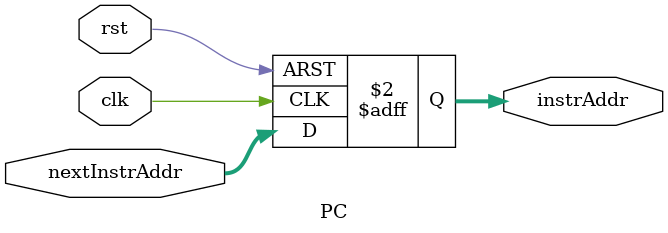
<source format=v>
`timescale 1ns / 1ps
module PC(
	input [31:0] nextInstrAddr,
	input clk,
	input rst,
	output reg [31:0] instrAddr
    );
	
	always @(posedge clk or posedge rst) 
	begin
		if (rst) instrAddr <= -32'd4;
		else instrAddr <= nextInstrAddr;
	end
endmodule

</source>
